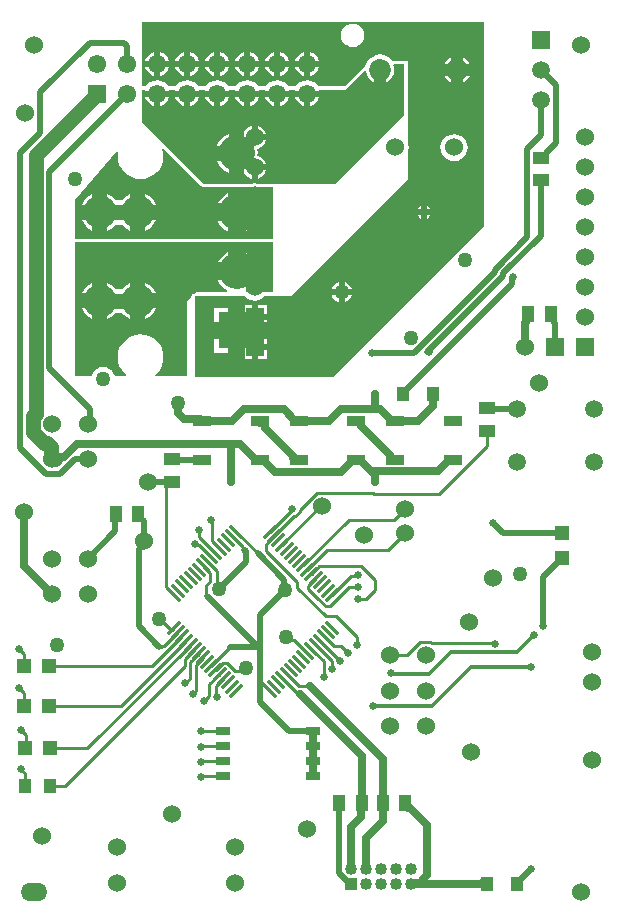
<source format=gtl>
%FSTAX23Y23*%
%MOIN*%
%SFA1B1*%

%IPPOS*%
%AMD21*
4,1,4,-0.025700,0.017400,0.017400,-0.025700,0.025700,-0.017400,-0.017400,0.025700,-0.025700,0.017400,0.0*
%
%AMD22*
4,1,4,0.017400,0.025700,-0.025700,-0.017400,-0.017400,-0.025700,0.025700,0.017400,0.017400,0.025700,0.0*
%
%ADD10C,0.010000*%
%ADD16R,0.041340X0.055120*%
%ADD17R,0.055120X0.041340*%
%ADD18R,0.059060X0.035430*%
%ADD19R,0.050000X0.029920*%
%ADD20R,0.047240X0.047240*%
G04~CAMADD=21~9~0.0~0.0~610.2~118.1~0.0~0.0~0~0.0~0.0~0.0~0.0~0~0.0~0.0~0.0~0.0~0~0.0~0.0~0.0~135.0~514.0~513.0*
%ADD21D21*%
G04~CAMADD=22~9~0.0~0.0~610.2~118.1~0.0~0.0~0~0.0~0.0~0.0~0.0~0~0.0~0.0~0.0~0.0~0~0.0~0.0~0.0~45.0~514.0~513.0*
%ADD22D22*%
%ADD23R,0.043310X0.047240*%
%ADD24R,0.043310X0.049210*%
%ADD25R,0.047240X0.047240*%
%ADD52C,0.050000*%
%ADD53C,0.025000*%
%ADD54C,0.020000*%
%ADD55C,0.012000*%
%ADD56C,0.008000*%
%ADD57R,0.040000X0.040000*%
%ADD58C,0.040000*%
%ADD59C,0.060000*%
%ADD60O,0.089000X0.060000*%
%ADD61C,0.109840*%
%ADD62C,0.058980*%
%ADD63C,0.072840*%
%ADD64C,0.059060*%
%ADD65R,0.059060X0.059060*%
%ADD66R,0.120000X0.120000*%
%ADD67C,0.120000*%
%ADD68R,0.060000X0.060000*%
%ADD69C,0.061020*%
%ADD70R,0.061020X0.061020*%
%ADD71C,0.050000*%
%ADD72C,0.025000*%
%LNmotor_unit_rev_3-1*%
%LPD*%
G36*
X01324Y02679D02*
X01095Y0245D01*
X00835*
X00825Y02451*
X00814Y0245*
X00655*
X0045Y02655*
Y02764*
X00456*
X00459Y02761*
X0046Y02759*
X0046Y0276*
X00539*
X0054Y02761*
X00543Y02764*
X00556*
X00559Y02761*
X0056Y0276*
X00639*
X0064Y02761*
X00643Y02764*
X00656*
X00659Y02761*
X0066Y0276*
X00739*
X0074Y02761*
X00743Y02764*
X00756*
X00759Y02761*
X0076Y0276*
X00839*
X0084Y02761*
X00843Y02764*
X00856*
X00859Y02761*
X0086Y0276*
X00939*
X0094Y02761*
X00943Y02764*
X00956*
X00959Y02761*
X0096Y0276*
X01039*
X0104Y02761*
X01043Y02764*
X01125*
X01128Y02765*
X01132Y02767*
X01192Y02828*
X01197Y02826*
X01198Y02817*
X01203Y02806*
X0121Y02796*
X0122Y02789*
X01224Y02788*
Y0283*
X01264*
Y02788*
X01267Y02789*
X01277Y02796*
X01284Y02806*
X01289Y02817*
X0129Y0283*
X01289Y02842*
X01287Y02845*
X0129Y02849*
X01324*
Y02679*
G37*
G36*
X00647Y02442D02*
X00651Y0244D01*
X00655Y02439*
X00814*
X00815Y02439*
X00815Y02439*
X00825Y02441*
X00834Y02439*
X00834Y02439*
X00835Y02439*
X00885*
Y02265*
X00225*
Y02395*
X00365Y02558*
X0037Y02555*
X00368Y02542*
X0037Y02527*
X00374Y02512*
X00381Y02499*
X00391Y02488*
X00402Y02478*
X00415Y02471*
X0043Y02467*
X00444Y02466*
X00459Y02467*
X00473Y02471*
X00487Y02478*
X00498Y02488*
X00508Y02499*
X00515Y02512*
X00519Y02527*
X0052Y02542*
X00519Y02556*
X00516Y02567*
X0052Y02569*
X00647Y02442*
G37*
G36*
X00885Y0209D02*
X00796D01*
X00795Y02095*
X00804Y02099*
X00814Y02108*
X00823Y02118*
X00828Y02128*
X00765*
X00701*
X00706Y02118*
X00715Y02108*
X00725Y02099*
X00734Y02095*
X00733Y0209*
X0063*
X00625Y02085*
X00625*
X00621Y02084*
X00617Y02082*
X00615Y02078*
X00614Y02075*
Y02074*
X006Y0206*
Y0181*
X00494*
X00492Y01814*
X00498Y01819*
X00508Y0183*
X00515Y01844*
X00519Y01858*
X0052Y01873*
X00519Y01887*
X00515Y01902*
X00508Y01915*
X00498Y01926*
X00487Y01936*
X00473Y01943*
X00459Y01947*
X00444Y01949*
X0043Y01947*
X00415Y01943*
X00402Y01936*
X00391Y01926*
X00381Y01915*
X00374Y01902*
X0037Y01887*
X00368Y01873*
X0037Y01858*
X00374Y01844*
X00381Y0183*
X00391Y01819*
X00396Y01814*
X00395Y0181*
X00359*
X00358Y0181*
X00354Y0182*
X00348Y01828*
X0034Y01834*
X0033Y01838*
X0032Y0184*
X00309Y01838*
X00299Y01834*
X00291Y01828*
X00285Y0182*
X00281Y0181*
X0028Y0181*
X00225*
Y02255*
X00885*
Y0209*
G37*
G36*
X0159Y0231D02*
X01085Y01805D01*
X00625*
Y02075*
X00792*
X00792Y02073*
X00802Y02066*
X00813Y02062*
X00825Y0206*
X00836Y02062*
X00847Y02066*
X00857Y02073*
X00857Y02075*
X00945*
X01335Y02465*
Y02554*
X01336Y02559*
X01338Y02571*
X01336Y02582*
X01335Y02587*
Y0286*
X01285*
X0128Y02866*
X0127Y02874*
X01257Y0288*
X01244Y02881*
X0123Y0288*
X01218Y02874*
X01207Y02866*
X01199Y02855*
X01194Y02844*
X01125Y02775*
X01038*
X01032Y02782*
X01022Y02789*
X01011Y02794*
X01Y02795*
X00988Y02794*
X00977Y02789*
X00967Y02782*
X00961Y02775*
X00938*
X00932Y02782*
X00922Y02789*
X00911Y02794*
X009Y02795*
X00888Y02794*
X00877Y02789*
X00867Y02782*
X00861Y02775*
X00838*
X00832Y02782*
X00822Y02789*
X00811Y02794*
X008Y02795*
X00788Y02794*
X00777Y02789*
X00767Y02782*
X00761Y02775*
X00738*
X00732Y02782*
X00722Y02789*
X00711Y02794*
X007Y02795*
X00688Y02794*
X00677Y02789*
X00667Y02782*
X00661Y02775*
X00638*
X00632Y02782*
X00622Y02789*
X00611Y02794*
X006Y02795*
X00588Y02794*
X00577Y02789*
X00567Y02782*
X00561Y02775*
X00538*
X00532Y02782*
X00522Y02789*
X00511Y02794*
X005Y02795*
X00488Y02794*
X00477Y02789*
X00467Y02782*
X00461Y02775*
X0045*
Y02989*
X0159*
Y0231*
G37*
%LNmotor_unit_rev_3-2*%
%LPC*%
G36*
X01039Y0274D02*
X0101D01*
Y0271*
X0101Y0271*
X0102Y02714*
X01028Y02721*
X01035Y02729*
X01039Y02739*
X01039Y0274*
G37*
G36*
X0099D02*
X0096D01*
X0096Y02739*
X00964Y02729*
X00971Y02721*
X00979Y02714*
X00989Y0271*
X0099Y0271*
Y0274*
G37*
G36*
X00939D02*
X0091D01*
Y0271*
X0091Y0271*
X0092Y02714*
X00928Y02721*
X00935Y02729*
X00939Y02739*
X00939Y0274*
G37*
G36*
X0089D02*
X0086D01*
X0086Y02739*
X00864Y02729*
X00871Y02721*
X00879Y02714*
X00889Y0271*
X0089Y0271*
Y0274*
G37*
G36*
X00839D02*
X0081D01*
Y0271*
X0081Y0271*
X0082Y02714*
X00828Y02721*
X00835Y02729*
X00839Y02739*
X00839Y0274*
G37*
G36*
X0079D02*
X0076D01*
X0076Y02739*
X00764Y02729*
X00771Y02721*
X00779Y02714*
X00789Y0271*
X0079Y0271*
Y0274*
G37*
G36*
X00739D02*
X0071D01*
Y0271*
X0071Y0271*
X0072Y02714*
X00728Y02721*
X00735Y02729*
X00739Y02739*
X00739Y0274*
G37*
G36*
X0069D02*
X0066D01*
X0066Y02739*
X00664Y02729*
X00671Y02721*
X00679Y02714*
X00689Y0271*
X0069Y0271*
Y0274*
G37*
G36*
X00639D02*
X0061D01*
Y0271*
X0061Y0271*
X0062Y02714*
X00628Y02721*
X00635Y02729*
X00639Y02739*
X00639Y0274*
G37*
G36*
X0059D02*
X0056D01*
X0056Y02739*
X00564Y02729*
X00571Y02721*
X00579Y02714*
X00589Y0271*
X0059Y0271*
Y0274*
G37*
G36*
X00539D02*
X0051D01*
Y0271*
X0051Y0271*
X0052Y02714*
X00528Y02721*
X00535Y02729*
X00539Y02739*
X00539Y0274*
G37*
G36*
X0049D02*
X0046D01*
X0046Y02739*
X00464Y02729*
X00471Y02721*
X00479Y02714*
X00489Y0271*
X0049Y0271*
Y0274*
G37*
G36*
X00835Y02645D02*
Y02616D01*
X00864*
X00863Y02616*
X00859Y02626*
X00853Y02634*
X00845Y0264*
X00835Y02644*
X00835Y02645*
G37*
G36*
X0074Y02617D02*
X00738Y02616D01*
X00725Y0261*
X00715Y02601*
X00706Y02591*
X007Y02578*
X00699Y02577*
X0074*
Y02617*
G37*
G36*
Y02527D02*
X00699D01*
X007Y02525*
X00706Y02512*
X00715Y02502*
X00725Y02493*
X00738Y02487*
X0074Y02486*
Y02527*
G37*
G36*
X00864Y02496D02*
X00835D01*
Y02466*
X00835Y02467*
X00845Y02471*
X00853Y02477*
X00859Y02485*
X00863Y02495*
X00864Y02496*
G37*
G36*
X00815Y02645D02*
X00814Y02644D01*
X00804Y0264*
X00796Y02634*
X0079Y02626*
X0079Y02626*
Y02552*
Y02485*
X0079Y02485*
X00796Y02477*
X00804Y02471*
X00814Y02467*
X00815Y02466*
Y02506*
X00825*
Y02516*
X00864*
X00863Y02516*
X00859Y02526*
X00853Y02534*
X00845Y0254*
X00835Y02544*
X00834Y02545*
X00835Y02552*
X00833Y02565*
X00834Y02566*
X00835Y02567*
X00845Y02571*
X00853Y02577*
X00859Y02585*
X00863Y02595*
X00864Y02596*
X00825*
Y02606*
X00815*
Y02645*
G37*
G36*
X00795Y02418D02*
Y02385D01*
X00828*
X00823Y02394*
X00814Y02404*
X00804Y02413*
X00795Y02418*
G37*
G36*
X00735D02*
X00725Y02413D01*
X00715Y02404*
X00706Y02394*
X00701Y02385*
X00735*
Y02418*
G37*
G36*
X0046Y02415D02*
Y0238D01*
X00495*
X00489Y02391*
X00481Y02401*
X00471Y02409*
X0046Y02415*
G37*
G36*
X00284D02*
X00273Y02409D01*
X00263Y02401*
X00255Y02391*
X00249Y0238*
X00284*
Y02415*
G37*
G36*
X00495Y0233D02*
X0046D01*
Y02294*
X00471Y023*
X00481Y02308*
X00489Y02318*
X00495Y0233*
G37*
G36*
X00284D02*
X00249D01*
X00255Y02318*
X00263Y02308*
X00273Y023*
X00284Y02294*
Y0233*
G37*
G36*
X00334Y02415D02*
Y02355D01*
Y02294*
X00346Y023*
X00355Y02308*
X0036Y02314*
X00384*
X00388Y02308*
X00398Y023*
X0041Y02294*
Y02355*
Y02415*
X00398Y02409*
X00388Y02401*
X00384Y02395*
X0036*
X00355Y02401*
X00346Y02409*
X00334Y02415*
G37*
G36*
X00828Y02325D02*
X00795D01*
Y02291*
X00804Y02296*
X00814Y02305*
X00823Y02315*
X00828Y02325*
G37*
G36*
X00735D02*
X00701D01*
X00706Y02315*
X00715Y02305*
X00725Y02296*
X00735Y02291*
Y02325*
G37*
G36*
X00795Y02221D02*
Y02188D01*
X00828*
X00823Y02197*
X00814Y02207*
X00804Y02216*
X00795Y02221*
G37*
G36*
X00735D02*
X00725Y02216D01*
X00715Y02207*
X00706Y02197*
X00701Y02188*
X00735*
Y02221*
G37*
G36*
X0046Y0212D02*
Y02085D01*
X00495*
X00489Y02096*
X00481Y02106*
X00471Y02114*
X0046Y0212*
G37*
G36*
X00284D02*
X00273Y02114D01*
X00263Y02106*
X00255Y02096*
X00249Y02085*
X00284*
Y0212*
G37*
G36*
X00495Y02035D02*
X0046D01*
Y01999*
X00471Y02005*
X00481Y02013*
X00489Y02023*
X00495Y02035*
G37*
G36*
X00284D02*
X00249D01*
X00255Y02023*
X00263Y02013*
X00273Y02005*
X00284Y01999*
Y02035*
G37*
G36*
X00334Y0212D02*
Y0206D01*
Y01999*
X00346Y02005*
X00355Y02013*
X0036Y02019*
X00384*
X00388Y02013*
X00398Y02005*
X0041Y01999*
Y0206*
Y0212*
X00398Y02114*
X00388Y02106*
X00384Y021*
X0036*
X00355Y02106*
X00346Y02114*
X00334Y0212*
G37*
G36*
X01151Y02983D02*
X01141Y02982D01*
X01132Y02978*
X01124Y02972*
X01117Y02964*
X01113Y02955*
X01112Y02944*
X01113Y02934*
X01117Y02925*
X01124Y02917*
X01132Y02911*
X01141Y02907*
X01151Y02906*
X01161Y02907*
X01171Y02911*
X01179Y02917*
X01185Y02925*
X01189Y02934*
X0119Y02944*
X01189Y02955*
X01185Y02964*
X01179Y02972*
X01171Y02978*
X01161Y02982*
X01151Y02983*
G37*
G36*
X0101Y02889D02*
Y0286D01*
X01039*
X01039Y0286*
X01035Y0287*
X01028Y02878*
X0102Y02885*
X0101Y02889*
X0101Y02889*
G37*
G36*
X0099D02*
X00989Y02889D01*
X00979Y02885*
X00971Y02878*
X00964Y0287*
X0096Y0286*
X0096Y0286*
X0099*
Y02889*
G37*
G36*
X0091D02*
Y0286D01*
X00939*
X00939Y0286*
X00935Y0287*
X00928Y02878*
X0092Y02885*
X0091Y02889*
X0091Y02889*
G37*
G36*
X0089D02*
X00889Y02889D01*
X00879Y02885*
X00871Y02878*
X00864Y0287*
X0086Y0286*
X0086Y0286*
X0089*
Y02889*
G37*
G36*
X0081D02*
Y0286D01*
X00839*
X00839Y0286*
X00835Y0287*
X00828Y02878*
X0082Y02885*
X0081Y02889*
X0081Y02889*
G37*
G36*
X0079D02*
X00789Y02889D01*
X00779Y02885*
X00771Y02878*
X00764Y0287*
X0076Y0286*
X0076Y0286*
X0079*
Y02889*
G37*
G36*
X0071D02*
Y0286D01*
X00739*
X00739Y0286*
X00735Y0287*
X00728Y02878*
X0072Y02885*
X0071Y02889*
X0071Y02889*
G37*
G36*
X0069D02*
X00689Y02889D01*
X00679Y02885*
X00671Y02878*
X00664Y0287*
X0066Y0286*
X0066Y0286*
X0069*
Y02889*
G37*
G36*
X0061D02*
Y0286D01*
X00639*
X00639Y0286*
X00635Y0287*
X00628Y02878*
X0062Y02885*
X0061Y02889*
X0061Y02889*
G37*
G36*
X0059D02*
X00589Y02889D01*
X00579Y02885*
X00571Y02878*
X00564Y0287*
X0056Y0286*
X0056Y0286*
X0059*
Y02889*
G37*
G36*
X0051D02*
Y0286D01*
X00539*
X00539Y0286*
X00535Y0287*
X00528Y02878*
X0052Y02885*
X0051Y02889*
X0051Y02889*
G37*
G36*
X0049D02*
X00489Y02889D01*
X00479Y02885*
X00471Y02878*
X00464Y0287*
X0046Y0286*
X0046Y0286*
X0049*
Y02889*
G37*
G36*
X0152Y02871D02*
Y0285D01*
X01541*
X0154Y02853*
X01533Y02863*
X01523Y0287*
X0152Y02871*
G37*
G36*
X0148D02*
X01476Y0287D01*
X01466Y02863*
X01459Y02853*
X01458Y0285*
X0148*
Y02871*
G37*
G36*
X01039Y0284D02*
X0101D01*
Y0281*
X0101Y0281*
X0102Y02814*
X01028Y02821*
X01035Y02829*
X01039Y02839*
X01039Y0284*
G37*
G36*
X0099D02*
X0096D01*
X0096Y02839*
X00964Y02829*
X00971Y02821*
X00979Y02814*
X00989Y0281*
X0099Y0281*
Y0284*
G37*
G36*
X00939D02*
X0091D01*
Y0281*
X0091Y0281*
X0092Y02814*
X00928Y02821*
X00935Y02829*
X00939Y02839*
X00939Y0284*
G37*
G36*
X0089D02*
X0086D01*
X0086Y02839*
X00864Y02829*
X00871Y02821*
X00879Y02814*
X00889Y0281*
X0089Y0281*
Y0284*
G37*
G36*
X00839D02*
X0081D01*
Y0281*
X0081Y0281*
X0082Y02814*
X00828Y02821*
X00835Y02829*
X00839Y02839*
X00839Y0284*
G37*
G36*
X0079D02*
X0076D01*
X0076Y02839*
X00764Y02829*
X00771Y02821*
X00779Y02814*
X00789Y0281*
X0079Y0281*
Y0284*
G37*
G36*
X00739D02*
X0071D01*
Y0281*
X0071Y0281*
X0072Y02814*
X00728Y02821*
X00735Y02829*
X00739Y02839*
X00739Y0284*
G37*
G36*
X0069D02*
X0066D01*
X0066Y02839*
X00664Y02829*
X00671Y02821*
X00679Y02814*
X00689Y0281*
X0069Y0281*
Y0284*
G37*
G36*
X00639D02*
X0061D01*
Y0281*
X0061Y0281*
X0062Y02814*
X00628Y02821*
X00635Y02829*
X00639Y02839*
X00639Y0284*
G37*
G36*
X0059D02*
X0056D01*
X0056Y02839*
X00564Y02829*
X00571Y02821*
X00579Y02814*
X00589Y0281*
X0059Y0281*
Y0284*
G37*
G36*
X00539D02*
X0051D01*
Y0281*
X0051Y0281*
X0052Y02814*
X00528Y02821*
X00535Y02829*
X00539Y02839*
X00539Y0284*
G37*
G36*
X0049D02*
X0046D01*
X0046Y02839*
X00464Y02829*
X00471Y02821*
X00479Y02814*
X00489Y0281*
X0049Y0281*
Y0284*
G37*
G36*
X01541Y0281D02*
X0152D01*
Y02788*
X01523Y02789*
X01533Y02796*
X0154Y02806*
X01541Y0281*
G37*
G36*
X0148D02*
X01458D01*
X01459Y02806*
X01466Y02796*
X01476Y02789*
X0148Y02788*
Y0281*
G37*
G36*
X0149Y02616D02*
X01478Y02614D01*
X01467Y0261*
X01457Y02603*
X0145Y02593*
X01446Y02582*
X01444Y02571*
X01446Y02559*
X0145Y02548*
X01457Y02538*
X01467Y02531*
X01478Y02527*
X0149Y02525*
X01501Y02527*
X01512Y02531*
X01522Y02538*
X01529Y02548*
X01533Y02559*
X01535Y02571*
X01533Y02582*
X01529Y02593*
X01522Y02603*
X01512Y0261*
X01501Y02614*
X0149Y02616*
G37*
G36*
X014Y02375D02*
Y02365D01*
X0141*
X01406Y02371*
X014Y02375*
G37*
G36*
X0138D02*
X01373Y02371D01*
X01369Y02365*
X0138*
Y02375*
G37*
G36*
X0141Y02345D02*
X014D01*
Y02334*
X01406Y02338*
X0141Y02345*
G37*
G36*
X0138D02*
X01369D01*
X01373Y02338*
X0138Y02334*
Y02345*
G37*
G36*
X01125Y02123D02*
Y021D01*
X01148*
X01145Y02107*
X01139Y02114*
X01132Y0212*
X01125Y02123*
G37*
G36*
X01105D02*
X01097Y0212D01*
X0109Y02114*
X01084Y02107*
X01081Y021*
X01105*
Y02123*
G37*
G36*
X01148Y0208D02*
X01125D01*
Y02056*
X01132Y02059*
X01139Y02065*
X01145Y02072*
X01148Y0208*
G37*
G36*
X01105D02*
X01081D01*
X01084Y02072*
X0109Y02065*
X01097Y02059*
X01105Y02056*
Y0208*
G37*
G36*
X00865Y02046D02*
X00835D01*
Y02016*
X00865*
Y02046*
G37*
G36*
X00815D02*
X00792D01*
Y01988*
X00865*
Y01996*
X00825*
Y02006*
X00815*
Y02046*
G37*
G36*
X00737Y02036D02*
X0069D01*
Y01988*
X00737*
Y02036*
G37*
G36*
Y01933D02*
X0069D01*
Y01886*
X00737*
Y01933*
G37*
G36*
X00865Y01896D02*
X00835D01*
Y01866*
X00865*
Y01896*
G37*
G36*
Y01933D02*
X00792D01*
Y01866*
X00815*
Y01906*
X00825*
Y01916*
X00865*
Y01933*
G37*
%LNmotor_unit_rev_3-3*%
%LPD*%
G54D10*
X0095Y01363D02*
Y01367D01*
X00875Y01289D02*
X0095Y01363D01*
X00507Y01D02*
X0051D01*
X00547Y00962*
X00548*
X00555Y00969*
X00795Y00831D02*
Y00835D01*
X0076Y00825D02*
X00789D01*
X00731Y00854D02*
X0076Y00825D01*
X00789D02*
X00795Y00831D01*
X007Y01105D02*
X00705Y011D01*
X007Y01105D02*
Y01158D01*
X00666Y01192D02*
X007Y01158D01*
X0072Y00854D02*
X00731D01*
X00695Y0083D02*
X0072Y00854D01*
X00694Y0083D02*
X00695D01*
X0093Y0094D02*
X00939Y0093D01*
X00956*
X01Y00885*
X0075Y01275D02*
X00785Y0124D01*
Y01235D02*
Y0124D01*
Y01235D02*
X0079Y0123D01*
X01Y00884D02*
Y00885D01*
X00697Y00742D02*
X007Y0074D01*
X00697Y00742D02*
Y00776D01*
X00722Y00801*
Y00802*
X00655Y00725D02*
X00674Y00744D01*
Y00782*
X00708Y00816*
X00555Y0108D02*
Y01081D01*
X0053Y01106D02*
X00555Y01081D01*
X0053Y01106D02*
Y01441D01*
X00546Y01457*
X0055*
X01165Y00914D02*
Y0094D01*
X01096Y01008D02*
X01165Y0094D01*
X01593Y01627D02*
X016Y0162D01*
X00864Y01225D02*
X00967Y01122D01*
Y01102D02*
Y01122D01*
X00864Y01249D02*
X00889Y01274D01*
X00864Y01225D02*
Y01249D01*
X00967Y01102D02*
X01061Y01008D01*
X01096*
X00889Y01274D02*
Y01275D01*
X01221Y01417D02*
X01439D01*
X0122Y01418D02*
X01221Y01417D01*
X01032Y01418D02*
X0122D01*
X01439Y01417D02*
X016Y01577D01*
Y0162*
X00975Y01356D02*
Y01361D01*
X0096Y01341D02*
X00975Y01356D01*
X00956Y01341D02*
X0096D01*
X0089Y01275D02*
X00956Y01341D01*
X00889Y01275D02*
X0089D01*
X00975Y01361D02*
X01032Y01418D01*
X01593Y01627D02*
X016D01*
X00522Y00908D02*
X00569Y00955D01*
X00515Y00908D02*
X00522D01*
X00507Y00907D02*
X00514D01*
X00515Y00908*
X00645Y00474D02*
X00645Y00475D01*
X0072*
X00645Y00524D02*
X00645Y00525D01*
X0072*
X00645Y00574D02*
X00645Y00575D01*
X0072*
X00645Y00625D02*
X0072D01*
X0004Y009D02*
X00057Y00882D01*
Y00843D02*
Y00882D01*
X0004Y0077D02*
X00057Y00752D01*
Y0071D02*
Y00752D01*
X00062Y00573D02*
Y00593D01*
Y00612*
X00045Y0063D02*
X00062Y00612D01*
X00045Y005D02*
X0006Y00484D01*
Y00443D02*
Y00484D01*
X01413Y0092D02*
X01625D01*
X01412Y00921D02*
X01413Y0092D01*
X01377Y00921D02*
X01412D01*
X01334Y00878D02*
X01377Y00921D01*
X01276Y00878D02*
X01334D01*
X00988Y00775D02*
X0101D01*
X00987Y00775D02*
X00988Y00775D01*
X00972Y00775D02*
X00987D01*
X00931Y00816D02*
X00972Y00775D01*
X00969Y0075D02*
X00977D01*
X00917Y00802D02*
X00969Y0075D01*
X00917Y01247D02*
X01044Y01375D01*
X0105*
X01076Y01041D02*
X0114Y01105D01*
X0117*
X01061Y01041D02*
X01076D01*
X01033Y01069D02*
X01061Y01041D01*
X01033Y01069D02*
D01*
X01003Y01099D02*
X01033Y01069D01*
X01003Y01099D02*
Y0111D01*
X01028Y01135*
Y01136*
X0061Y00855D02*
X00639Y00884D01*
X0061Y008D02*
Y00855D01*
X00639Y00884D02*
Y00885D01*
X00594Y00785D02*
X0061Y008D01*
X00628Y00845D02*
X00652Y0087D01*
X00628Y00758D02*
Y00845D01*
X00652Y0087D02*
D01*
X0062Y0075D02*
X00628Y00758D01*
X01145Y01142D02*
X01167D01*
X01084Y0108D02*
X01145Y01142D01*
X01167D02*
X0117Y01145D01*
X0014Y00843D02*
X00484D01*
X00583Y00941*
X00141Y0057D02*
X00267D01*
X00611Y00913*
X0014Y0071D02*
X00379D01*
X00597Y00927*
X00592Y00865D02*
X00625Y00898D01*
X00193Y00443D02*
X00592Y00841D01*
Y00865*
X00625Y00898D02*
Y00899D01*
X00143Y00443D02*
X00193D01*
X0068Y00844D02*
X00741Y00905D01*
X00662Y01079D02*
Y0111D01*
Y01079D02*
X00665Y01076D01*
X00841Y00795D02*
X00875Y0076D01*
X00652Y01177D02*
Y01178D01*
X00677Y01126D02*
Y01152D01*
X00662Y0111D02*
X00677Y01126D01*
X00652Y01177D02*
X00677Y01152D01*
X00764Y01289D02*
X00835Y01218D01*
X00639Y01247D02*
X0068Y01205D01*
X00627Y01247D02*
X00639D01*
X00625Y0125D02*
X00627Y01247D01*
X0064Y01274D02*
Y01295D01*
Y01274D02*
X00694Y01219D01*
X0068Y01325D02*
Y0133D01*
Y01325D02*
X00683Y01322D01*
Y01259D02*
Y01322D01*
Y01259D02*
X00708Y01234D01*
Y01233D02*
Y01234D01*
X01195Y01065D02*
X01225Y01095D01*
X0117Y01065D02*
X01195D01*
X01225Y01095D02*
Y0113D01*
X01179Y01175D02*
X01225Y0113D01*
X0104Y01175D02*
X01179D01*
X01015Y0115D02*
X0104Y01175D01*
X01014Y0115D02*
X01015D01*
X01014Y01149D02*
Y0115D01*
X01114Y00909D02*
X01137Y00887D01*
X01088Y00909D02*
X01114D01*
X01056Y00941D02*
X01088Y00909D01*
X0108Y00889D02*
X0111Y0086D01*
X0108Y00889D02*
X0108D01*
X01042Y00927D02*
X0108Y00889D01*
X01082Y00832D02*
Y00859D01*
X01028Y00913D02*
X01082Y00859D01*
X01055Y00806D02*
Y00859D01*
X01014Y00899D02*
X01055Y00859D01*
Y00806D02*
X01055Y00805D01*
X01138Y0133D02*
X0129D01*
X01325Y01365*
X00987Y01178D02*
X01138Y0133D01*
X01066Y0123D02*
X0127D01*
X01325Y01285*
X01Y01164D02*
X01066Y0123D01*
G54D16*
X01327Y00385D03*
X01252D03*
X01182D03*
X01107D03*
X00362Y0135D03*
X00437D03*
X01812Y02015D03*
X01737D03*
G54D17*
X0178Y02462D03*
Y02537D03*
X016Y01702D03*
Y01627D03*
X0055Y01457D03*
Y01532D03*
G54D18*
X00841Y0153D03*
Y01659D03*
X00648D03*
Y0153D03*
X01163D03*
Y01659D03*
X00971D03*
Y0153D03*
X01486D03*
Y01659D03*
X01293D03*
Y0153D03*
G54D19*
X0102Y00625D03*
Y00575D03*
Y00525D03*
Y00475D03*
X0072D03*
Y00525D03*
Y00575D03*
Y00625D03*
G54D20*
X0185Y01286D03*
Y01203D03*
G54D21*
X00555Y0108D03*
X00569Y01094D03*
X00583Y01108D03*
X00597Y01122D03*
X00611Y01136D03*
X00625Y0115D03*
X00639Y01164D03*
X00652Y01178D03*
X00666Y01192D03*
X0068Y01205D03*
X00694Y01219D03*
X00708Y01233D03*
X00722Y01247D03*
X00736Y01261D03*
X0075Y01275D03*
X00764Y01289D03*
X01084Y00969D03*
X0107Y00955D03*
X01056Y00941D03*
X01042Y00927D03*
X01028Y00913D03*
X01014Y00899D03*
X01Y00885D03*
X00987Y00871D03*
X00973Y00857D03*
X00959Y00844D03*
X00945Y0083D03*
X00931Y00816D03*
X00917Y00802D03*
X00903Y00788D03*
X00889Y00774D03*
X00875Y0076D03*
G54D22*
X00875Y01289D03*
X00889Y01275D03*
X00903Y01261D03*
X00917Y01247D03*
X00931Y01233D03*
X00945Y01219D03*
X00959Y01205D03*
X00973Y01192D03*
X00987Y01178D03*
X01Y01164D03*
X01014Y0115D03*
X01028Y01136D03*
X01042Y01122D03*
X01056Y01108D03*
X0107Y01094D03*
X01084Y0108D03*
X00764Y0076D03*
X0075Y00774D03*
X00736Y00788D03*
X00722Y00802D03*
X00708Y00816D03*
X00694Y0083D03*
X0068Y00844D03*
X00666Y00857D03*
X00652Y00871D03*
X00639Y00885D03*
X00625Y00899D03*
X00611Y00913D03*
X00597Y00927D03*
X00583Y00941D03*
X00569Y00955D03*
X00555Y00969D03*
G54D23*
X0006Y00443D03*
X00143D03*
G54D24*
X0132Y0175D03*
X01419D03*
X01698Y00115D03*
X016D03*
G54D25*
X00057Y00843D03*
X0014D03*
X00057Y0071D03*
X0014D03*
X00058Y0057D03*
X00141D03*
G54D52*
X00765Y02158D02*
X00768Y02155D01*
X00145Y01545D02*
X00158Y01532D01*
X00132Y01587D02*
X00145Y01574D01*
Y01545D02*
Y01574D01*
X00123Y01587D02*
X00132D01*
X00087Y01624D02*
X00123Y01587D01*
X00087Y01624D02*
Y01676D01*
X00095Y01684*
Y02545*
X00309Y0206D02*
X00435D01*
X00309Y02355D02*
X00435D01*
X00095Y02545D02*
X003Y0275D01*
G54D53*
X01598Y00116D02*
X016Y00115D01*
X01346Y00116D02*
X01598D01*
X01345Y00117D02*
X01346Y00116D01*
X014Y00145D02*
Y00312D01*
X01345Y00117D02*
X01347Y0012D01*
X01375D02*
X014Y00145D01*
X01347Y0012D02*
X01375D01*
X01342Y00369D02*
X014Y00312D01*
X0074Y01582D02*
X00777D01*
X00233D02*
X0074D01*
X00745Y01577*
Y01455D02*
Y01577D01*
X01225Y01698D02*
X01243D01*
X01111D02*
X01225D01*
Y0175*
X01213Y01491D02*
X01225Y0148D01*
Y01455D02*
Y0148D01*
X01419Y01709D02*
Y0175D01*
X01369Y01659D02*
X01419Y01709D01*
X01293Y01659D02*
X01369D01*
X01112Y0149D02*
X01152Y0153D01*
X00893Y0149D02*
X01112D01*
X00853Y0153D02*
X00893Y0149D01*
X00858Y01637D02*
X00954Y01542D01*
X01474Y0153D02*
X01486D01*
X01436Y01491D02*
X01474Y0153D01*
X01213Y01491D02*
X01436D01*
X01175Y0153D02*
X01213Y01491D01*
X01163Y0153D02*
X01175D01*
X01152D02*
X01163D01*
X00841D02*
X00853D01*
X00959D02*
X00971D01*
X00954Y01535D02*
X00959Y0153D01*
X00954Y01535D02*
Y01542D01*
X00858Y01637D02*
Y01649D01*
X00853Y01654D02*
X00858Y01649D01*
X00841Y01654D02*
X00853D01*
X00777Y01582D02*
X00829Y0153D01*
X00841*
X01281Y01659D02*
X01293D01*
X01243Y01698D02*
X01281Y01659D01*
X01073D02*
X01111Y01698D01*
X00971Y01659D02*
X01073D01*
X00959D02*
X00971D01*
X00921Y01698D02*
X00959Y01659D01*
X00789Y01698D02*
X00921D01*
X0075Y01659D02*
X00789Y01698D01*
X00648Y01659D02*
X0075D01*
X00643Y01665D02*
X00648Y01659D01*
X00569Y01685D02*
Y0172D01*
Y01685D02*
X00589Y01665D01*
X00643*
X00055Y01176D02*
X0015Y01081D01*
X00055Y01176D02*
Y01355D01*
X01163Y01659D02*
X01175D01*
X0118Y01654*
Y01642D02*
Y01654D01*
Y01642D02*
X01276Y01547D01*
Y01535D02*
Y01547D01*
Y01535D02*
X01281Y0153D01*
X01293*
X01725Y01906D02*
Y01985D01*
X01729Y01989*
Y02006*
X01737Y02015*
X00359Y01347D02*
X00362Y0135D01*
X0101Y00775D02*
X01252Y00532D01*
Y00385D02*
Y00532D01*
X01195Y0027D02*
X01252Y00327D01*
Y00385*
X01195Y0017D02*
Y0027D01*
X00977Y0075D02*
X01182Y00544D01*
Y00385D02*
Y00544D01*
X01145Y0017D02*
Y00305D01*
X01178Y00338*
Y0038*
X01182Y00385*
X0102Y00475D02*
Y00525D01*
Y00575*
Y00625*
X01335Y00369D02*
X01342D01*
X01327Y00378D02*
Y00385D01*
Y00378D02*
X01335Y00369D01*
X016Y00115D02*
Y00117D01*
X0159Y00127D02*
X016Y00117D01*
X00158Y01532D02*
X00164Y01538D01*
X00189*
X00233Y01582*
G54D54*
X00841Y00723D02*
Y00795D01*
X01135Y00127D02*
X01145Y00117D01*
X01131Y00127D02*
X01135D01*
X01107Y00151D02*
X01131Y00127D01*
X01107Y00151D02*
Y00384D01*
X01107Y00385*
X00044Y0157D02*
X0013Y01484D01*
X00044Y0157D02*
Y02554D01*
X0011Y0262*
X014Y0189D02*
X01654Y02144D01*
X00225Y01532D02*
X00268D01*
X00138Y02488D02*
X004Y0275D01*
X00138Y01836D02*
Y02488D01*
X00552Y0153D02*
X00648D01*
X00705Y011D02*
X00795Y0119D01*
X0079Y0123D02*
X00795Y01225D01*
Y0119D02*
Y01225D01*
X00472Y01457D02*
X00546D01*
X0047Y01455D02*
X00472Y01457D01*
X0044Y00975D02*
Y01234D01*
X00455Y01249*
Y0126*
Y01325*
X00437Y01343D02*
X00455Y01325D01*
X00437Y01343D02*
Y0135D01*
X0044Y00975D02*
X00507Y00907D01*
X0055Y01532D02*
X00552Y0153D01*
X016Y01702D02*
X01602Y017D01*
X017*
X0178Y0283D02*
X0183Y0278D01*
Y02587D02*
Y0278D01*
X01797Y02554D02*
X0183Y02587D01*
X01797Y02548D02*
Y02554D01*
X01786Y02537D02*
X01797Y02548D01*
X0178Y02537D02*
X01786D01*
X01785Y01138D02*
X0185Y01203D01*
X01785Y00975D02*
Y01138D01*
X0185Y01203D02*
Y01205D01*
X0171Y00126D02*
Y0013D01*
X01698Y00115D02*
X0171Y00126D01*
Y0013D02*
X01745Y00165D01*
X0132Y01752D02*
X01684Y02116D01*
Y02139*
X01685Y0214*
X0132Y0175D02*
Y01752D01*
X00268Y012D02*
X00359Y01291D01*
Y01347*
X01653Y01286D02*
X0185D01*
X0162Y0132D02*
X01653Y01286D01*
X00143Y00444D02*
X00154Y00456D01*
X00741Y00905D02*
X00836D01*
X00841*
Y00795D02*
Y00905D01*
X00665Y01076D02*
X00836Y00905D01*
X00841D02*
Y01011D01*
Y00723D02*
X0094Y00625D01*
X00841Y01011D02*
X00925Y01095D01*
X00923Y01096D02*
X00925Y01095D01*
X0094Y00625D02*
X0102D01*
X00835Y01218D02*
X00923Y0113D01*
Y01096D02*
Y0113D01*
X01823Y01987D02*
Y02004D01*
X01825Y01906D02*
Y01985D01*
X01823Y01987D02*
X01825Y01985D01*
X01812Y02015D02*
X01823Y02004D01*
X014Y01889D02*
X014Y0189D01*
X01654Y02151D02*
X0178Y02277D01*
Y02462*
X01654Y02144D02*
Y02151D01*
X014Y0189D02*
X01405D01*
X0011Y0262D02*
Y02755D01*
X0039Y0292D02*
X004Y0291D01*
X00275Y0292D02*
X0039D01*
X004Y0285D02*
Y0291D01*
X0011Y02755D02*
X00275Y0292D01*
X0013Y01484D02*
X00177D01*
X00225Y01532*
X01734Y02271D02*
Y02565D01*
X01626Y02163D02*
X01734Y02271D01*
X01626Y02155D02*
Y02163D01*
X01355Y01885D02*
X01626Y02155D01*
X01215Y01885D02*
X01355D01*
X01734Y02565D02*
X0178Y02611D01*
Y0273*
X00138Y01836D02*
X00276Y01698D01*
Y0165D02*
Y01698D01*
G54D55*
X0129Y00815D02*
X01405D01*
X0148Y0089*
X017*
X01755Y00945*
X0123Y0071D02*
X01415D01*
X01545Y0084*
X01745*
G54D56*
X00652Y00869D02*
Y00871D01*
X00597Y00926D02*
Y00927D01*
G54D57*
X01145Y00117D03*
G54D58*
X01145Y00167D03*
X01195Y00117D03*
Y00167D03*
X01245Y00117D03*
Y00167D03*
X01295Y00117D03*
Y00167D03*
X01345Y00117D03*
Y00167D03*
G54D59*
X0195Y0053D03*
Y0079D03*
Y0089D03*
X0006Y02685D03*
X0119Y0128D03*
X00115Y00275D03*
X0047Y01455D03*
X00365Y00238D03*
Y0012D03*
X0105Y01375D03*
X00268Y0165D03*
Y01532D03*
X0015Y0165D03*
Y01532D03*
X01395Y00641D03*
X01276D03*
X01395Y0076D03*
X01276D03*
Y00878D03*
X01395D03*
X00268Y012D03*
Y01081D03*
X0015Y012D03*
Y01081D03*
X01545Y00555D03*
X0154Y0099D03*
X00055Y01355D03*
X01911Y02911D03*
Y00089D03*
X00089Y02911D03*
X01325Y01365D03*
Y01285D03*
X0076Y0012D03*
Y00238D03*
X00455Y0126D03*
X01293Y02571D03*
X0149D03*
X01725Y01906D03*
X01925Y02006D03*
Y02106D03*
Y02206D03*
Y02306D03*
Y02406D03*
Y02506D03*
Y02606D03*
X00825D03*
Y02506D03*
Y02406D03*
Y02306D03*
Y02206D03*
Y02106D03*
X01Y003D03*
X0055Y0035D03*
X01773Y01785D03*
X0162Y01135D03*
G54D60*
X00089Y00089D03*
G54D61*
X00435Y02355D03*
X00309D03*
X00435Y0206D03*
X00309D03*
G54D62*
X017Y017D03*
X01955D03*
X017Y01522D03*
X01955D03*
G54D63*
X015Y0283D03*
X01244D03*
G54D64*
X0178Y0273D03*
Y0283D03*
G54D65*
X0178Y0293D03*
G54D66*
X00765Y01961D03*
G54D67*
X00765Y02158D03*
Y02355D03*
Y02552D03*
G54D68*
X01825Y01906D03*
X01925D03*
X00825Y02006D03*
Y01906D03*
G54D69*
X01Y0275D03*
X009D03*
X008D03*
X007D03*
X006D03*
X005D03*
X004D03*
X01Y0285D03*
X009D03*
X008D03*
X007D03*
X006D03*
X005D03*
X004D03*
X003D03*
G54D70*
X003Y0275D03*
G54D71*
X0032Y018D03*
X00225Y02465D03*
X0142Y029D03*
X0139Y025D03*
X01515Y0236D03*
X0102Y01915D03*
X01276Y0273D03*
X01095Y02555D03*
X00965D03*
X00569Y0172D03*
X00507Y01D03*
X01345Y01935D03*
X00795Y00835D03*
X00705Y011D03*
X0171Y0115D03*
X0093Y0094D03*
X00165Y00913D03*
X00925Y01095D03*
X01115Y0209D03*
X01525Y02195D03*
G54D72*
X00745Y01455D03*
X01225Y0175D03*
Y01455D03*
X0095Y01367D03*
X007Y0074D03*
X0128Y0082D03*
X01755Y00945D03*
X00655Y00725D03*
X0122Y0071D03*
X01745Y0084D03*
X01165Y00914D03*
X00645Y00474D03*
Y00524D03*
Y00574D03*
X00645Y00625D03*
X0004Y009D03*
X01785Y00975D03*
X0004Y0077D03*
X00045Y0063D03*
X01745Y00165D03*
X01685Y02139D03*
X00045Y005D03*
X01625Y00917D03*
X0117Y01105D03*
X00594Y00785D03*
X0062Y0075D03*
X0162Y0132D03*
X0117Y01145D03*
X0139Y02355D03*
X00625Y0125D03*
X0064Y01295D03*
X0068Y0133D03*
X0117Y01065D03*
X01137Y00887D03*
X0111Y0086D03*
X01082Y00832D03*
X01055Y00805D03*
X01405Y0189D03*
X01215Y01885D03*
M02*
</source>
